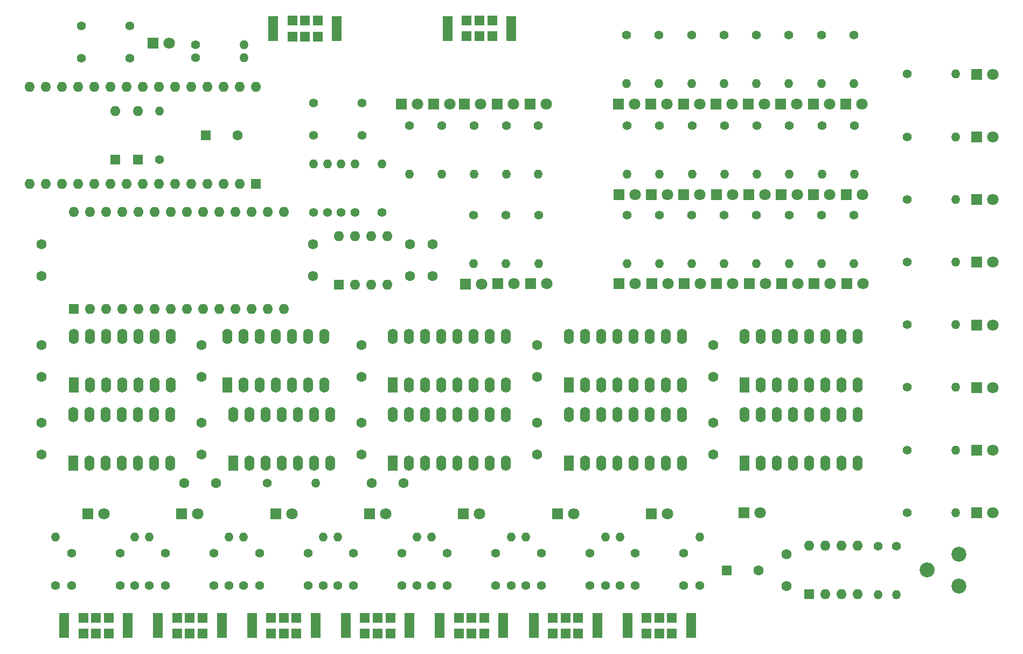
<source format=gbr>
%TF.GenerationSoftware,KiCad,Pcbnew,(5.1.9)-1*%
%TF.CreationDate,2022-11-16T15:29:30+01:00*%
%TF.ProjectId,plc14500,706c6331-3435-4303-902e-6b696361645f,rev?*%
%TF.SameCoordinates,Original*%
%TF.FileFunction,Soldermask,Bot*%
%TF.FilePolarity,Negative*%
%FSLAX46Y46*%
G04 Gerber Fmt 4.6, Leading zero omitted, Abs format (unit mm)*
G04 Created by KiCad (PCBNEW (5.1.9)-1) date 2022-11-16 15:29:30*
%MOMM*%
%LPD*%
G01*
G04 APERTURE LIST*
%ADD10R,1.524000X4.000000*%
%ADD11R,1.524000X1.524000*%
%ADD12C,1.800000*%
%ADD13R,1.800000X1.800000*%
%ADD14C,1.600000*%
%ADD15R,1.600000X1.600000*%
%ADD16O,1.400000X1.400000*%
%ADD17C,1.400000*%
%ADD18C,2.340000*%
%ADD19C,1.397000*%
%ADD20R,1.600000X2.400000*%
%ADD21O,1.600000X2.400000*%
%ADD22O,1.600000X1.600000*%
G04 APERTURE END LIST*
D10*
%TO.C,S5*%
X91150000Y-139890000D03*
X81150000Y-139890000D03*
D11*
X88150000Y-138640000D03*
X86150000Y-138640000D03*
X84150000Y-138640000D03*
X88150000Y-141140000D03*
X86150000Y-141140000D03*
X84150000Y-141140000D03*
%TD*%
D10*
%TO.C,S6*%
X105905000Y-139890000D03*
X95905000Y-139890000D03*
D11*
X102905000Y-138640000D03*
X100905000Y-138640000D03*
X98905000Y-138640000D03*
X102905000Y-141140000D03*
X100905000Y-141140000D03*
X98905000Y-141140000D03*
%TD*%
D10*
%TO.C,S7*%
X120660000Y-139890000D03*
X110660000Y-139890000D03*
D11*
X117660000Y-138640000D03*
X115660000Y-138640000D03*
X113660000Y-138640000D03*
X117660000Y-141140000D03*
X115660000Y-141140000D03*
X113660000Y-141140000D03*
%TD*%
D10*
%TO.C,S8*%
X135415000Y-139890000D03*
X125415000Y-139890000D03*
D11*
X132415000Y-138640000D03*
X130415000Y-138640000D03*
X128415000Y-138640000D03*
X132415000Y-141140000D03*
X130415000Y-141140000D03*
X128415000Y-141140000D03*
%TD*%
D10*
%TO.C,S12*%
X150170000Y-139890000D03*
X140170000Y-139890000D03*
D11*
X147170000Y-138640000D03*
X145170000Y-138640000D03*
X143170000Y-138640000D03*
X147170000Y-141140000D03*
X145170000Y-141140000D03*
X143170000Y-141140000D03*
%TD*%
D10*
%TO.C,S13*%
X164925000Y-139890000D03*
X154925000Y-139890000D03*
D11*
X161925000Y-138640000D03*
X159925000Y-138640000D03*
X157925000Y-138640000D03*
X161925000Y-141140000D03*
X159925000Y-141140000D03*
X157925000Y-141140000D03*
%TD*%
D10*
%TO.C,S14*%
X179680000Y-139890000D03*
X169680000Y-139890000D03*
D11*
X176680000Y-138640000D03*
X174680000Y-138640000D03*
X172680000Y-138640000D03*
X176680000Y-141140000D03*
X174680000Y-141140000D03*
X172680000Y-141140000D03*
%TD*%
D10*
%TO.C,S16*%
X114010000Y-46130000D03*
X124010000Y-46130000D03*
D11*
X117010000Y-47380000D03*
X119010000Y-47380000D03*
X121010000Y-47380000D03*
X117010000Y-44880000D03*
X119010000Y-44880000D03*
X121010000Y-44880000D03*
%TD*%
D10*
%TO.C,S18*%
X141420000Y-46110000D03*
X151420000Y-46110000D03*
D11*
X144420000Y-47360000D03*
X146420000Y-47360000D03*
X148420000Y-47360000D03*
X144420000Y-44860000D03*
X146420000Y-44860000D03*
X148420000Y-44860000D03*
%TD*%
D12*
%TO.C,D50*%
X206670000Y-86214300D03*
D13*
X204130000Y-86214300D03*
%TD*%
D12*
%TO.C,D49*%
X201560000Y-86214300D03*
D13*
X199020000Y-86214300D03*
%TD*%
D12*
%TO.C,D48*%
X196450000Y-86214300D03*
D13*
X193910000Y-86214300D03*
%TD*%
D12*
%TO.C,D47*%
X191340000Y-86214300D03*
D13*
X188800000Y-86214300D03*
%TD*%
D12*
%TO.C,D46*%
X186230000Y-86214300D03*
D13*
X183690000Y-86214300D03*
%TD*%
D12*
%TO.C,D45*%
X181120000Y-86214300D03*
D13*
X178580000Y-86214300D03*
%TD*%
D12*
%TO.C,D44*%
X176010000Y-86214300D03*
D13*
X173470000Y-86214300D03*
%TD*%
D12*
%TO.C,D43*%
X170900000Y-86214300D03*
D13*
X168360000Y-86214300D03*
%TD*%
D12*
%TO.C,D42*%
X157000000Y-86214300D03*
D13*
X154460000Y-86214300D03*
%TD*%
D12*
%TO.C,D41*%
X151860000Y-86214300D03*
D13*
X149320000Y-86214300D03*
%TD*%
D12*
%TO.C,D39*%
X146780000Y-86234300D03*
D13*
X144240000Y-86234300D03*
%TD*%
D12*
%TO.C,D38*%
X136690000Y-57980000D03*
D13*
X134150000Y-57980000D03*
%TD*%
D12*
%TO.C,D37*%
X206590000Y-72200000D03*
D13*
X204050000Y-72200000D03*
%TD*%
D12*
%TO.C,D36*%
X206520000Y-57980000D03*
D13*
X203980000Y-57980000D03*
%TD*%
D12*
%TO.C,D35*%
X201489000Y-72200000D03*
D13*
X198949000Y-72200000D03*
%TD*%
D12*
%TO.C,D34*%
X201419000Y-57980000D03*
D13*
X198879000Y-57980000D03*
%TD*%
D12*
%TO.C,D33*%
X156950000Y-57980000D03*
D13*
X154410000Y-57980000D03*
%TD*%
D12*
%TO.C,D32*%
X196387000Y-72200000D03*
D13*
X193847000Y-72200000D03*
%TD*%
D12*
%TO.C,D31*%
X196317000Y-57980000D03*
D13*
X193777000Y-57980000D03*
%TD*%
D12*
%TO.C,D30*%
X191286000Y-72200000D03*
D13*
X188746000Y-72200000D03*
%TD*%
D12*
%TO.C,D29*%
X191216000Y-57980000D03*
D13*
X188676000Y-57980000D03*
%TD*%
D12*
%TO.C,D28*%
X151770000Y-57980000D03*
D13*
X149230000Y-57980000D03*
%TD*%
D12*
%TO.C,D27*%
X186184000Y-72200000D03*
D13*
X183644000Y-72200000D03*
%TD*%
D12*
%TO.C,D26*%
X186114000Y-57980000D03*
D13*
X183574000Y-57980000D03*
%TD*%
D12*
%TO.C,D25*%
X181083000Y-72200000D03*
D13*
X178543000Y-72200000D03*
%TD*%
D12*
%TO.C,D24*%
X181013000Y-57980000D03*
D13*
X178473000Y-57980000D03*
%TD*%
D12*
%TO.C,D23*%
X175981000Y-72200000D03*
D13*
X173441000Y-72200000D03*
%TD*%
D12*
%TO.C,D22*%
X175911000Y-57980000D03*
D13*
X173371000Y-57980000D03*
%TD*%
D12*
%TO.C,D21*%
X170880000Y-72200000D03*
D13*
X168340000Y-72200000D03*
%TD*%
D12*
%TO.C,D20*%
X170810000Y-57980000D03*
D13*
X168270000Y-57980000D03*
%TD*%
D12*
%TO.C,D19*%
X141750000Y-57980000D03*
D13*
X139210000Y-57980000D03*
%TD*%
D12*
%TO.C,D18*%
X146600000Y-57980000D03*
D13*
X144060000Y-57980000D03*
%TD*%
D12*
%TO.C,D17*%
X97650000Y-48380000D03*
D13*
X95110000Y-48380000D03*
%TD*%
D12*
%TO.C,D16*%
X227120000Y-53350000D03*
D13*
X224580000Y-53350000D03*
%TD*%
D12*
%TO.C,D15*%
X227120000Y-63178600D03*
D13*
X224580000Y-63178600D03*
%TD*%
D12*
%TO.C,D14*%
X227120000Y-73007100D03*
D13*
X224580000Y-73007100D03*
%TD*%
D12*
%TO.C,D13*%
X227120000Y-82835700D03*
D13*
X224580000Y-82835700D03*
%TD*%
D12*
%TO.C,D12*%
X227120000Y-92664300D03*
D13*
X224580000Y-92664300D03*
%TD*%
D12*
%TO.C,D11*%
X227120000Y-102493000D03*
D13*
X224580000Y-102493000D03*
%TD*%
D12*
%TO.C,D10*%
X227120000Y-112321000D03*
D13*
X224580000Y-112321000D03*
%TD*%
D12*
%TO.C,D9*%
X227120000Y-122150000D03*
D13*
X224580000Y-122150000D03*
%TD*%
D12*
%TO.C,D8*%
X190500000Y-122150000D03*
D13*
X187960000Y-122150000D03*
%TD*%
D12*
%TO.C,D7*%
X175945000Y-122310000D03*
D13*
X173405000Y-122310000D03*
%TD*%
D12*
%TO.C,D6*%
X161190000Y-122310000D03*
D13*
X158650000Y-122310000D03*
%TD*%
D12*
%TO.C,D5*%
X146435000Y-122310000D03*
D13*
X143895000Y-122310000D03*
%TD*%
D12*
%TO.C,D4*%
X131680000Y-122310000D03*
D13*
X129140000Y-122310000D03*
%TD*%
D12*
%TO.C,D3*%
X116925000Y-122310000D03*
D13*
X114385000Y-122310000D03*
%TD*%
D12*
%TO.C,D2*%
X102170000Y-122310000D03*
D13*
X99630000Y-122310000D03*
%TD*%
D12*
%TO.C,D1*%
X87415000Y-122310000D03*
D13*
X84875000Y-122310000D03*
%TD*%
D14*
%TO.C,C3*%
X127871000Y-113030000D03*
X127871000Y-108030000D03*
%TD*%
D15*
%TO.C,C4*%
X185310000Y-131185000D03*
D14*
X190310000Y-131185000D03*
%TD*%
%TO.C,C5*%
X194670000Y-133685000D03*
X194670000Y-128685000D03*
%TD*%
%TO.C,C6*%
X183122000Y-113030000D03*
X183122000Y-108030000D03*
%TD*%
%TO.C,C7*%
X108370000Y-62940000D03*
D15*
X103370000Y-62940000D03*
%TD*%
D14*
%TO.C,C8*%
X155497000Y-95805000D03*
X155497000Y-100805000D03*
%TD*%
%TO.C,C9*%
X77620000Y-85025000D03*
X77620000Y-80025000D03*
%TD*%
%TO.C,C10*%
X120220000Y-80025000D03*
X120220000Y-85025000D03*
%TD*%
%TO.C,C11*%
X139020000Y-85025000D03*
X139020000Y-80025000D03*
%TD*%
%TO.C,C12*%
X135530000Y-85025000D03*
X135530000Y-80025000D03*
%TD*%
%TO.C,C13*%
X134510000Y-117510000D03*
X129510000Y-117510000D03*
%TD*%
%TO.C,C14*%
X183122000Y-95805000D03*
X183122000Y-100805000D03*
%TD*%
%TO.C,C15*%
X104980000Y-117510000D03*
X99980000Y-117510000D03*
%TD*%
%TO.C,C16*%
X127871000Y-100805000D03*
X127871000Y-95805000D03*
%TD*%
%TO.C,C17*%
X155497000Y-108030000D03*
X155497000Y-113030000D03*
%TD*%
D16*
%TO.C,R1*%
X92210000Y-125980000D03*
D17*
X92210000Y-133600000D03*
%TD*%
%TO.C,R2*%
X107018000Y-133600000D03*
D16*
X107018000Y-125980000D03*
%TD*%
%TO.C,R3*%
X121827000Y-125980000D03*
D17*
X121827000Y-133600000D03*
%TD*%
%TO.C,R4*%
X136635000Y-133600000D03*
D16*
X136635000Y-125980000D03*
%TD*%
%TO.C,R5*%
X79750000Y-125980000D03*
D17*
X79750000Y-133600000D03*
%TD*%
%TO.C,R6*%
X94541700Y-133600000D03*
D16*
X94541700Y-125980000D03*
%TD*%
D17*
%TO.C,R7*%
X109333000Y-133600000D03*
D16*
X109333000Y-125980000D03*
%TD*%
%TO.C,R8*%
X124125000Y-125980000D03*
D17*
X124125000Y-133600000D03*
%TD*%
%TO.C,R9*%
X151443000Y-133600000D03*
D16*
X151443000Y-125980000D03*
%TD*%
%TO.C,R10*%
X166252000Y-125980000D03*
D17*
X166252000Y-133600000D03*
%TD*%
D16*
%TO.C,R11*%
X181060000Y-125980000D03*
D17*
X181060000Y-133600000D03*
%TD*%
D16*
%TO.C,R12*%
X138917000Y-125980000D03*
D17*
X138917000Y-133600000D03*
%TD*%
D16*
%TO.C,R13*%
X153708000Y-125980000D03*
D17*
X153708000Y-133600000D03*
%TD*%
%TO.C,R14*%
X168500000Y-133600000D03*
D16*
X168500000Y-125980000D03*
%TD*%
D17*
%TO.C,R15*%
X211970000Y-127375000D03*
D16*
X211970000Y-134995000D03*
%TD*%
%TO.C,R16*%
X209060000Y-134995000D03*
D17*
X209060000Y-127375000D03*
%TD*%
D16*
%TO.C,R17*%
X221290000Y-122150000D03*
D17*
X213670000Y-122150000D03*
%TD*%
%TO.C,R18*%
X213670000Y-112311000D03*
D16*
X221290000Y-112311000D03*
%TD*%
D17*
%TO.C,R19*%
X213670000Y-102473000D03*
D16*
X221290000Y-102473000D03*
%TD*%
D17*
%TO.C,R20*%
X213670000Y-92634300D03*
D16*
X221290000Y-92634300D03*
%TD*%
D17*
%TO.C,R21*%
X213670000Y-82795700D03*
D16*
X221290000Y-82795700D03*
%TD*%
%TO.C,R23*%
X221290000Y-72957100D03*
D17*
X213670000Y-72957100D03*
%TD*%
%TO.C,R24*%
X213670000Y-63118600D03*
D16*
X221290000Y-63118600D03*
%TD*%
%TO.C,R25*%
X221280000Y-53280000D03*
D17*
X213660000Y-53280000D03*
%TD*%
%TO.C,R26*%
X101780000Y-48700000D03*
D16*
X109400000Y-48700000D03*
%TD*%
D17*
%TO.C,R27*%
X101800000Y-50710000D03*
D16*
X109420000Y-50710000D03*
%TD*%
D17*
%TO.C,R28*%
X140490000Y-61340000D03*
D16*
X140490000Y-68960000D03*
%TD*%
%TO.C,R29*%
X145555000Y-68960000D03*
D17*
X145555000Y-61340000D03*
%TD*%
D16*
%TO.C,R30*%
X120355000Y-67420000D03*
D17*
X120355000Y-75040000D03*
%TD*%
%TO.C,R31*%
X122510000Y-75040000D03*
D16*
X122510000Y-67420000D03*
%TD*%
%TO.C,R32*%
X169545000Y-54790000D03*
D17*
X169545000Y-47170000D03*
%TD*%
D16*
%TO.C,R33*%
X169615000Y-68960000D03*
D17*
X169615000Y-61340000D03*
%TD*%
%TO.C,R34*%
X174646000Y-47170000D03*
D16*
X174646000Y-54790000D03*
%TD*%
D17*
%TO.C,R35*%
X174716000Y-61340000D03*
D16*
X174716000Y-68960000D03*
%TD*%
%TO.C,R36*%
X179748000Y-54790000D03*
D17*
X179748000Y-47170000D03*
%TD*%
D16*
%TO.C,R37*%
X179818000Y-68960000D03*
D17*
X179818000Y-61340000D03*
%TD*%
%TO.C,R38*%
X184849000Y-47170000D03*
D16*
X184849000Y-54790000D03*
%TD*%
%TO.C,R39*%
X184919000Y-68960000D03*
D17*
X184919000Y-61340000D03*
%TD*%
D16*
%TO.C,R40*%
X150620000Y-68960000D03*
D17*
X150620000Y-61340000D03*
%TD*%
%TO.C,R41*%
X189951000Y-47170000D03*
D16*
X189951000Y-54790000D03*
%TD*%
%TO.C,R42*%
X190021000Y-68960000D03*
D17*
X190021000Y-61340000D03*
%TD*%
%TO.C,R43*%
X195052000Y-47170000D03*
D16*
X195052000Y-54790000D03*
%TD*%
D17*
%TO.C,R44*%
X195122000Y-61340000D03*
D16*
X195122000Y-68960000D03*
%TD*%
D17*
%TO.C,R45*%
X155685000Y-61340000D03*
D16*
X155685000Y-68960000D03*
%TD*%
%TO.C,R46*%
X200154000Y-54790000D03*
D17*
X200154000Y-47170000D03*
%TD*%
%TO.C,R47*%
X200224000Y-61340000D03*
D16*
X200224000Y-68960000D03*
%TD*%
D17*
%TO.C,R48*%
X205255000Y-47170000D03*
D16*
X205255000Y-54790000D03*
%TD*%
%TO.C,R49*%
X205325000Y-68960000D03*
D17*
X205325000Y-61340000D03*
%TD*%
D16*
%TO.C,R50*%
X124665000Y-67420000D03*
D17*
X124665000Y-75040000D03*
%TD*%
%TO.C,R51*%
X126820000Y-75040000D03*
D16*
X126820000Y-67420000D03*
%TD*%
D17*
%TO.C,R52*%
X135425000Y-61340000D03*
D16*
X135425000Y-68960000D03*
%TD*%
D17*
%TO.C,R53*%
X131130000Y-75040000D03*
D16*
X131130000Y-67420000D03*
%TD*%
%TO.C,R55*%
X145515000Y-83070000D03*
D17*
X145515000Y-75450000D03*
%TD*%
D16*
%TO.C,R57*%
X150595000Y-83050000D03*
D17*
X150595000Y-75430000D03*
%TD*%
%TO.C,R58*%
X155735000Y-75430000D03*
D16*
X155735000Y-83050000D03*
%TD*%
%TO.C,R59*%
X120670000Y-117510000D03*
D17*
X113050000Y-117510000D03*
%TD*%
D16*
%TO.C,R60*%
X169575000Y-83050000D03*
D17*
X169575000Y-75430000D03*
%TD*%
%TO.C,R61*%
X174674000Y-75430000D03*
D16*
X174674000Y-83050000D03*
%TD*%
%TO.C,R62*%
X179772000Y-83050000D03*
D17*
X179772000Y-75430000D03*
%TD*%
%TO.C,R63*%
X184871000Y-75430000D03*
D16*
X184871000Y-83050000D03*
%TD*%
%TO.C,R64*%
X189969000Y-83050000D03*
D17*
X189969000Y-75430000D03*
%TD*%
D16*
%TO.C,R65*%
X195068000Y-83050000D03*
D17*
X195068000Y-75430000D03*
%TD*%
%TO.C,R66*%
X200166000Y-75430000D03*
D16*
X200166000Y-83050000D03*
%TD*%
D17*
%TO.C,R67*%
X205265000Y-75430000D03*
D16*
X205265000Y-83050000D03*
%TD*%
D18*
%TO.C,RV1*%
X221800000Y-128660000D03*
X216800000Y-131160000D03*
X221800000Y-133660000D03*
%TD*%
D19*
%TO.C,S1*%
X89960000Y-128540000D03*
X89960000Y-133620000D03*
X82340000Y-128540000D03*
X82340000Y-133620000D03*
%TD*%
%TO.C,S2*%
X104715000Y-128540000D03*
X104715000Y-133620000D03*
X97095000Y-128540000D03*
X97095000Y-133620000D03*
%TD*%
%TO.C,S3*%
X111850000Y-133620000D03*
X111850000Y-128540000D03*
X119470000Y-133620000D03*
X119470000Y-128540000D03*
%TD*%
%TO.C,S4*%
X134225000Y-128540000D03*
X134225000Y-133620000D03*
X126605000Y-128540000D03*
X126605000Y-133620000D03*
%TD*%
%TO.C,S9*%
X141360000Y-133620000D03*
X141360000Y-128540000D03*
X148980000Y-133620000D03*
X148980000Y-128540000D03*
%TD*%
%TO.C,S10*%
X163735000Y-128540000D03*
X163735000Y-133620000D03*
X156115000Y-128540000D03*
X156115000Y-133620000D03*
%TD*%
%TO.C,S11*%
X170870000Y-133620000D03*
X170870000Y-128540000D03*
X178490000Y-133620000D03*
X178490000Y-128540000D03*
%TD*%
%TO.C,S15*%
X91460000Y-45690000D03*
X91460000Y-50770000D03*
X83840000Y-45690000D03*
X83840000Y-50770000D03*
%TD*%
%TO.C,S17*%
X120350000Y-62920000D03*
X120350000Y-57840000D03*
X127970000Y-62920000D03*
X127970000Y-57840000D03*
%TD*%
D20*
%TO.C,U2*%
X132809000Y-114355000D03*
D21*
X150589000Y-106735000D03*
X135349000Y-114355000D03*
X148049000Y-106735000D03*
X137889000Y-114355000D03*
X145509000Y-106735000D03*
X140429000Y-114355000D03*
X142969000Y-106735000D03*
X142969000Y-114355000D03*
X140429000Y-106735000D03*
X145509000Y-114355000D03*
X137889000Y-106735000D03*
X148049000Y-114355000D03*
X135349000Y-106735000D03*
X150589000Y-114355000D03*
X132809000Y-106735000D03*
%TD*%
D22*
%TO.C,U4*%
X198210000Y-127365000D03*
X205830000Y-134985000D03*
X200750000Y-127365000D03*
X203290000Y-134985000D03*
X203290000Y-127365000D03*
X200750000Y-134985000D03*
X205830000Y-127365000D03*
D15*
X198210000Y-134985000D03*
%TD*%
D21*
%TO.C,U5*%
X188060000Y-106735000D03*
X205840000Y-114355000D03*
X190600000Y-106735000D03*
X203300000Y-114355000D03*
X193140000Y-106735000D03*
X200760000Y-114355000D03*
X195680000Y-106735000D03*
X198220000Y-114355000D03*
X198220000Y-106735000D03*
X195680000Y-114355000D03*
X200760000Y-106735000D03*
X193140000Y-114355000D03*
X203300000Y-106735000D03*
X190600000Y-114355000D03*
X205840000Y-106735000D03*
D20*
X188060000Y-114355000D03*
%TD*%
D15*
%TO.C,U6*%
X111250000Y-70550000D03*
D22*
X78230000Y-55310000D03*
X108710000Y-70550000D03*
X80770000Y-55310000D03*
X106170000Y-70550000D03*
X83310000Y-55310000D03*
X103630000Y-70550000D03*
X85850000Y-55310000D03*
X101090000Y-70550000D03*
X88390000Y-55310000D03*
X98550000Y-70550000D03*
X90930000Y-55310000D03*
X96010000Y-70550000D03*
X93470000Y-55310000D03*
X93470000Y-70550000D03*
X96010000Y-55310000D03*
X90930000Y-70550000D03*
X98550000Y-55310000D03*
X88390000Y-70550000D03*
X101090000Y-55310000D03*
X85850000Y-70550000D03*
X103630000Y-55310000D03*
X83310000Y-70550000D03*
X106170000Y-55310000D03*
X80770000Y-70550000D03*
X108710000Y-55310000D03*
X78230000Y-70550000D03*
X111250000Y-55310000D03*
X75690000Y-70550000D03*
X75690000Y-55310000D03*
%TD*%
D20*
%TO.C,U7*%
X160434000Y-102130000D03*
D21*
X178214000Y-94510000D03*
X162974000Y-102130000D03*
X175674000Y-94510000D03*
X165514000Y-102130000D03*
X173134000Y-94510000D03*
X168054000Y-102130000D03*
X170594000Y-94510000D03*
X170594000Y-102130000D03*
X168054000Y-94510000D03*
X173134000Y-102130000D03*
X165514000Y-94510000D03*
X175674000Y-102130000D03*
X162974000Y-94510000D03*
X178214000Y-102130000D03*
X160434000Y-94510000D03*
%TD*%
D15*
%TO.C,U8*%
X82690000Y-90150000D03*
D22*
X115710000Y-74910000D03*
X85230000Y-90150000D03*
X113170000Y-74910000D03*
X87770000Y-90150000D03*
X110630000Y-74910000D03*
X90310000Y-90150000D03*
X108090000Y-74910000D03*
X92850000Y-90150000D03*
X105550000Y-74910000D03*
X95390000Y-90150000D03*
X103010000Y-74910000D03*
X97930000Y-90150000D03*
X100470000Y-74910000D03*
X100470000Y-90150000D03*
X97930000Y-74910000D03*
X103010000Y-90150000D03*
X95390000Y-74910000D03*
X105550000Y-90150000D03*
X92850000Y-74910000D03*
X108090000Y-90150000D03*
X90310000Y-74910000D03*
X110630000Y-90150000D03*
X87770000Y-74910000D03*
X113170000Y-90150000D03*
X85230000Y-74910000D03*
X115710000Y-90150000D03*
X82690000Y-74910000D03*
%TD*%
D15*
%TO.C,U9*%
X124350000Y-86325000D03*
D22*
X131970000Y-78705000D03*
X126890000Y-86325000D03*
X129430000Y-78705000D03*
X129430000Y-86325000D03*
X126890000Y-78705000D03*
X131970000Y-86325000D03*
X124350000Y-78705000D03*
%TD*%
D21*
%TO.C,U10*%
X188060000Y-94510000D03*
X205840000Y-102130000D03*
X190600000Y-94510000D03*
X203300000Y-102130000D03*
X193140000Y-94510000D03*
X200760000Y-102130000D03*
X195680000Y-94510000D03*
X198220000Y-102130000D03*
X198220000Y-94510000D03*
X195680000Y-102130000D03*
X200760000Y-94510000D03*
X193140000Y-102130000D03*
X203300000Y-94510000D03*
X190600000Y-102130000D03*
X205840000Y-94510000D03*
D20*
X188060000Y-102130000D03*
%TD*%
%TO.C,U13*%
X132809000Y-102130000D03*
D21*
X150589000Y-94510000D03*
X135349000Y-102130000D03*
X148049000Y-94510000D03*
X137889000Y-102130000D03*
X145509000Y-94510000D03*
X140429000Y-102130000D03*
X142969000Y-94510000D03*
X142969000Y-102130000D03*
X140429000Y-94510000D03*
X145509000Y-102130000D03*
X137889000Y-94510000D03*
X148049000Y-102130000D03*
X135349000Y-94510000D03*
X150589000Y-102130000D03*
X132809000Y-94510000D03*
%TD*%
%TO.C,U14*%
X160434000Y-106735000D03*
X178214000Y-114355000D03*
X162974000Y-106735000D03*
X175674000Y-114355000D03*
X165514000Y-106735000D03*
X173134000Y-114355000D03*
X168054000Y-106735000D03*
X170594000Y-114355000D03*
X170594000Y-106735000D03*
X168054000Y-114355000D03*
X173134000Y-106735000D03*
X165514000Y-114355000D03*
X175674000Y-106735000D03*
X162974000Y-114355000D03*
X178214000Y-106735000D03*
D20*
X160434000Y-114355000D03*
%TD*%
D14*
%TO.C,C1*%
X77620000Y-108030000D03*
X77620000Y-113030000D03*
%TD*%
%TO.C,C2*%
X102746000Y-113030000D03*
X102746000Y-108030000D03*
%TD*%
D20*
%TO.C,U1*%
X82557800Y-114355000D03*
D21*
X97797800Y-106735000D03*
X85097800Y-114355000D03*
X95257800Y-106735000D03*
X87637800Y-114355000D03*
X92717800Y-106735000D03*
X90177800Y-114355000D03*
X90177800Y-106735000D03*
X92717800Y-114355000D03*
X87637800Y-106735000D03*
X95257800Y-114355000D03*
X85097800Y-106735000D03*
X97797800Y-114355000D03*
X82557800Y-106735000D03*
%TD*%
%TO.C,U3*%
X107683000Y-106735000D03*
X122923000Y-114355000D03*
X110223000Y-106735000D03*
X120383000Y-114355000D03*
X112763000Y-106735000D03*
X117843000Y-114355000D03*
X115303000Y-106735000D03*
X115303000Y-114355000D03*
X117843000Y-106735000D03*
X112763000Y-114355000D03*
X120383000Y-106735000D03*
X110223000Y-114355000D03*
X122923000Y-106735000D03*
D20*
X107683000Y-114355000D03*
%TD*%
D14*
%TO.C,C18*%
X77620000Y-100805000D03*
X77620000Y-95805000D03*
%TD*%
%TO.C,C19*%
X102746000Y-95805000D03*
X102746000Y-100805000D03*
%TD*%
D20*
%TO.C,U11*%
X82690000Y-102130000D03*
D21*
X97930000Y-94510000D03*
X85230000Y-102130000D03*
X95390000Y-94510000D03*
X87770000Y-102130000D03*
X92850000Y-94510000D03*
X90310000Y-102130000D03*
X90310000Y-94510000D03*
X92850000Y-102130000D03*
X87770000Y-94510000D03*
X95390000Y-102130000D03*
X85230000Y-94510000D03*
X97930000Y-102130000D03*
X82690000Y-94510000D03*
%TD*%
%TO.C,U12*%
X106780000Y-94510000D03*
X122020000Y-102130000D03*
X109320000Y-94510000D03*
X119480000Y-102130000D03*
X111860000Y-94510000D03*
X116940000Y-102130000D03*
X114400000Y-94510000D03*
X114400000Y-102130000D03*
X116940000Y-94510000D03*
X111860000Y-102130000D03*
X119480000Y-94510000D03*
X109320000Y-102130000D03*
X122020000Y-94510000D03*
D20*
X106780000Y-102130000D03*
%TD*%
D15*
%TO.C,D40*%
X89185000Y-66750000D03*
D22*
X89185000Y-59130000D03*
%TD*%
%TO.C,D51*%
X92735000Y-59130000D03*
D15*
X92735000Y-66750000D03*
%TD*%
D17*
%TO.C,R54*%
X96085000Y-66750000D03*
D16*
X96085000Y-59130000D03*
%TD*%
M02*

</source>
